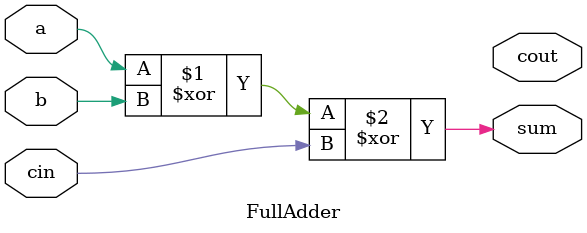
<source format=v>
module FullAdder(
    input a, b, cin,
    output sum, cout
);
    assign sum = a ^ b ^ cin;
    assign carry = (a & b) | (cin & b) | (a & cin);
endmodule
</source>
